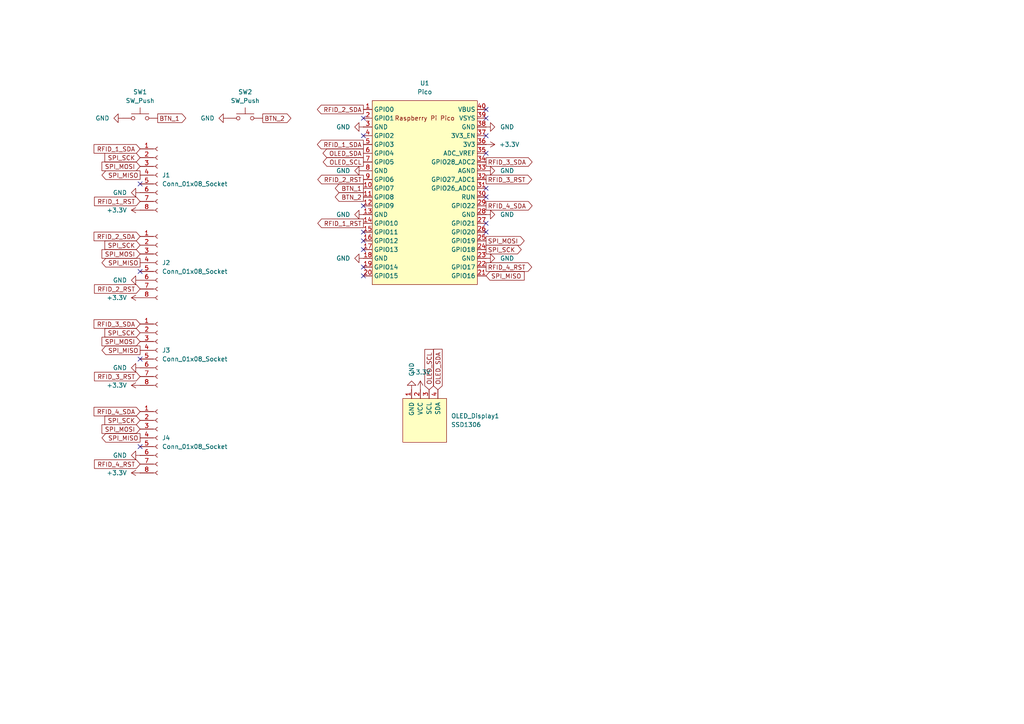
<source format=kicad_sch>
(kicad_sch (version 20231120) (generator "eeschema") (generator_version "8.0")
  (paper "A4")
  (lib_symbols
    (symbol "Connector:Conn_01x08_Socket" (pin_names (offset 1.016) hide)
      (property "Reference" "J" (at 0 10.16 0))
      (property "Value" "Conn_01x08_Socket" (at 0 -12.7 0))
      (symbol "Conn_01x08_Socket_1_1"
        (arc (start 0 -9.652) (mid -0.5058 -10.16) (end 0 -10.668) (stroke (width 0.1524)))
        (arc (start 0 -7.112) (mid -0.5058 -7.62) (end 0 -8.128) (stroke (width 0.1524)))
        (arc (start 0 -4.572) (mid -0.5058 -5.08) (end 0 -5.588) (stroke (width 0.1524)))
        (arc (start 0 -2.032) (mid -0.5058 -2.54) (end 0 -3.048) (stroke (width 0.1524)))
        (polyline (pts (xy -1.27 -10.16) (xy -0.508 -10.16)) (stroke (width 0.1524)))
        (polyline (pts (xy -1.27 -7.62) (xy -0.508 -7.62)) (stroke (width 0.1524)))
        (polyline (pts (xy -1.27 -5.08) (xy -0.508 -5.08)) (stroke (width 0.1524)))
        (polyline (pts (xy -1.27 -2.54) (xy -0.508 -2.54)) (stroke (width 0.1524)))
        (polyline (pts (xy -1.27 0) (xy -0.508 0)) (stroke (width 0.1524)))
        (polyline (pts (xy -1.27 2.54) (xy -0.508 2.54)) (stroke (width 0.1524)))
        (polyline (pts (xy -1.27 5.08) (xy -0.508 5.08)) (stroke (width 0.1524)))
        (polyline (pts (xy -1.27 7.62) (xy -0.508 7.62)) (stroke (width 0.1524)))
        (arc (start 0 0.508) (mid -0.5058 0) (end 0 -0.508) (stroke (width 0.1524)))
        (arc (start 0 3.048) (mid -0.5058 2.54) (end 0 2.032) (stroke (width 0.1524)))
        (arc (start 0 5.588) (mid -0.5058 5.08) (end 0 4.572) (stroke (width 0.1524)))
        (arc (start 0 8.128) (mid -0.5058 7.62) (end 0 7.112) (stroke (width 0.1524)))
        (pin passive line (at -5.08 7.62 0) (length 3.81) (name "Pin_1") (number "1"))
        (pin passive line (at -5.08 5.08 0) (length 3.81) (name "Pin_2") (number "2"))
        (pin passive line (at -5.08 2.54 0) (length 3.81) (name "Pin_3") (number "3"))
        (pin passive line (at -5.08 0 0) (length 3.81) (name "Pin_4") (number "4"))
        (pin passive line (at -5.08 -2.54 0) (length 3.81) (name "Pin_5") (number "5"))
        (pin passive line (at -5.08 -5.08 0) (length 3.81) (name "Pin_6") (number "6"))
        (pin passive line (at -5.08 -7.62 0) (length 3.81) (name "Pin_7") (number "7"))
        (pin passive line (at -5.08 -10.16 0) (length 3.81) (name "Pin_8") (number "8"))
      )
    )
    (symbol "MCU_RaspberryPi_and_Boards:Pico"
      (property "Reference" "U1" (at 0 31.75 0))
      (property "Value" "Pico" (at 0 29.21 0))
      (symbol "Pico_0_0"
        (text "Raspberry Pi Pico" (at 0 21.59 0) (effects (font (size 1.27 1.27))))
      )
      (symbol "Pico_0_1"
        (rectangle (start -15.24 26.67) (end 15.24 -26.67) (fill (type background)))
      )
      (symbol "Pico_1_1"
        (pin bidirectional line (at -17.78 24.13 0) (length 2.54) (name "GPIO0") (number "1"))
        (pin bidirectional line (at -17.78 1.27 0) (length 2.54) (name "GPIO7") (number "10"))
        (pin bidirectional line (at -17.78 -1.27 0) (length 2.54) (name "GPIO8") (number "11"))
        (pin bidirectional line (at -17.78 -3.81 0) (length 2.54) (name "GPIO9") (number "12"))
        (pin power_in line (at -17.78 -6.35 0) (length 2.54) (name "GND") (number "13"))
        (pin bidirectional line (at -17.78 -8.89 0) (length 2.54) (name "GPIO10") (number "14"))
        (pin bidirectional line (at -17.78 -11.43 0) (length 2.54) (name "GPIO11") (number "15"))
        (pin bidirectional line (at -17.78 -13.97 0) (length 2.54) (name "GPIO12") (number "16"))
        (pin bidirectional line (at -17.78 -16.51 0) (length 2.54) (name "GPIO13") (number "17"))
        (pin power_in line (at -17.78 -19.05 0) (length 2.54) (name "GND") (number "18"))
        (pin bidirectional line (at -17.78 -21.59 0) (length 2.54) (name "GPIO14") (number "19"))
        (pin bidirectional line (at -17.78 21.59 0) (length 2.54) (name "GPIO1") (number "2"))
        (pin bidirectional line (at -17.78 -24.13 0) (length 2.54) (name "GPIO15") (number "20"))
        (pin bidirectional line (at 17.78 -24.13 180) (length 2.54) (name "GPIO16") (number "21"))
        (pin bidirectional line (at 17.78 -21.59 180) (length 2.54) (name "GPIO17") (number "22"))
        (pin power_in line (at 17.78 -19.05 180) (length 2.54) (name "GND") (number "23"))
        (pin bidirectional line (at 17.78 -16.51 180) (length 2.54) (name "GPIO18") (number "24"))
        (pin bidirectional line (at 17.78 -13.97 180) (length 2.54) (name "GPIO19") (number "25"))
        (pin bidirectional line (at 17.78 -11.43 180) (length 2.54) (name "GPIO20") (number "26"))
        (pin bidirectional line (at 17.78 -8.89 180) (length 2.54) (name "GPIO21") (number "27"))
        (pin power_in line (at 17.78 -6.35 180) (length 2.54) (name "GND") (number "28"))
        (pin bidirectional line (at 17.78 -3.81 180) (length 2.54) (name "GPIO22") (number "29"))
        (pin power_in line (at -17.78 19.05 0) (length 2.54) (name "GND") (number "3"))
        (pin input line (at 17.78 -1.27 180) (length 2.54) (name "RUN") (number "30"))
        (pin bidirectional line (at 17.78 1.27 180) (length 2.54) (name "GPIO26_ADC0") (number "31"))
        (pin bidirectional line (at 17.78 3.81 180) (length 2.54) (name "GPIO27_ADC1") (number "32"))
        (pin power_in line (at 17.78 6.35 180) (length 2.54) (name "AGND") (number "33"))
        (pin bidirectional line (at 17.78 8.89 180) (length 2.54) (name "GPIO28_ADC2") (number "34"))
        (pin power_in line (at 17.78 11.43 180) (length 2.54) (name "ADC_VREF") (number "35"))
        (pin power_in line (at 17.78 13.97 180) (length 2.54) (name "3V3") (number "36"))
        (pin input line (at 17.78 16.51 180) (length 2.54) (name "3V3_EN") (number "37"))
        (pin bidirectional line (at 17.78 19.05 180) (length 2.54) (name "GND") (number "38"))
        (pin power_in line (at 17.78 21.59 180) (length 2.54) (name "VSYS") (number "39"))
        (pin bidirectional line (at -17.78 16.51 0) (length 2.54) (name "GPIO2") (number "4"))
        (pin power_in line (at 17.78 24.13 180) (length 2.54) (name "VBUS") (number "40"))
        (pin bidirectional line (at -17.78 13.97 0) (length 2.54) (name "GPIO3") (number "5"))
        (pin bidirectional line (at -17.78 11.43 0) (length 2.54) (name "GPIO4") (number "6"))
        (pin bidirectional line (at -17.78 8.89 0) (length 2.54) (name "GPIO5") (number "7"))
        (pin power_in line (at -17.78 6.35 0) (length 2.54) (name "GND") (number "8"))
        (pin bidirectional line (at -17.78 3.81 0) (length 2.54) (name "GPIO6") (number "9"))
      )
    )
    (symbol "SSD1306-128x64_OLED:SSD1306" (pin_names (offset 1.016))
      (property "Reference" "Brd" (at 0 -3.81 0))
      (property "Value" "SSD1306" (at 0 -1.27 0))
      (symbol "SSD1306_0_1"
        (rectangle (start -6.35 6.35) (end 6.35 -6.35) (fill (type background)))
      )
      (symbol "SSD1306_1_1"
        (pin input line (at -3.81 8.89 270) (length 2.54) (name "GND") (number "1"))
        (pin input line (at -1.27 8.89 270) (length 2.54) (name "VCC") (number "2"))
        (pin input line (at 1.27 8.89 270) (length 2.54) (name "SCL") (number "3"))
        (pin input line (at 3.81 8.89 270) (length 2.54) (name "SDA") (number "4"))
      )
    )
    (symbol "Switch:SW_Push" (pin_numbers hide) (pin_names (offset 1.016) hide)
      (property "Reference" "SW" (at 1.27 2.54 0))
      (property "Value" "SW_Push" (at 0 -1.524 0))
      (symbol "SW_Push_0_1"
        (circle (center -2.032 0) (radius 0.508))
        (polyline (pts (xy 0 1.27) (xy 0 3.048)))
        (polyline (pts (xy 2.54 1.27) (xy -2.54 1.27)))
        (circle (center 2.032 0) (radius 0.508))
        (pin passive line (at -5.08 0 0) (length 2.54) (name "1") (number "1"))
        (pin passive line (at 5.08 0 180) (length 2.54) (name "2") (number "2"))
      )
    )
    (symbol "power:+3.3V" (power) (pin_numbers hide) (pin_names (offset 0) hide)
      (property "Value" "+3.3V" (at 0 3.556 0))
      (symbol "+3.3V_0_1"
        (polyline (pts (xy -0.762 1.27) (xy 0 2.54)))
        (polyline (pts (xy 0 0) (xy 0 2.54)))
        (polyline (pts (xy 0 2.54) (xy 0.762 1.27)))
      )
      (symbol "+3.3V_1_1"
        (pin power_in line (at 0 0 90) (length 0) (name "~") (number "1"))
      )
    )
    (symbol "power:GND" (power) (pin_numbers hide) (pin_names (offset 0) hide)
      (property "Value" "GND" (at 0 -3.81 0))
      (symbol "GND_0_1"
        (polyline (pts (xy 0 0) (xy 0 -1.27) (xy 1.27 -1.27) (xy 0 -2.54) (xy -1.27 -1.27) (xy 0 -1.27)))
      )
      (symbol "GND_1_1"
        (pin power_in line (at 0 0 270) (length 0) (name "~") (number "1"))
      )
    )
  )
  (no_connect (at 105.41 39.37))
  (no_connect (at 140.97 64.77))
  (no_connect (at 40.64 129.54))
  (no_connect (at 105.41 77.47))
  (no_connect (at 140.97 54.61))
  (no_connect (at 105.41 69.85))
  (no_connect (at 140.97 39.37))
  (no_connect (at 105.41 72.39))
  (no_connect (at 140.97 31.75))
  (no_connect (at 140.97 44.45))
  (no_connect (at 140.97 34.29))
  (no_connect (at 105.41 67.31))
  (no_connect (at 105.41 34.29))
  (no_connect (at 105.41 80.01))
  (no_connect (at 140.97 67.31))
  (no_connect (at 40.64 53.34))
  (no_connect (at 140.97 57.15))
  (no_connect (at 40.64 104.14))
  (no_connect (at 105.41 59.69))
  (no_connect (at 40.64 78.74))
  (global_label "SPI_MOSI" (shape input) (at 40.64 99.06 180) (property "Intersheetrefs" "${INTERSHEET_REFS}" (effects (hide yes))))
  (global_label "SPI_MISO" (shape output) (at 40.64 127 180) (property "Intersheetrefs" "${INTERSHEET_REFS}" (effects (hide yes))))
  (global_label "RFID_1_RST" (shape input) (at 40.64 58.42 180) (property "Intersheetrefs" "${INTERSHEET_REFS}" (effects (hide yes))))
  (global_label "SPI_SCK" (shape input) (at 40.64 71.12 180) (property "Intersheetrefs" "${INTERSHEET_REFS}" (effects (hide yes))))
  (global_label "RFID_3_RST" (shape output) (at 140.97 52.07 0) (property "Intersheetrefs" "${INTERSHEET_REFS}" (effects (hide yes))))
  (global_label "RFID_4_RST" (shape output) (at 140.97 77.47 0) (property "Intersheetrefs" "${INTERSHEET_REFS}" (effects (hide yes))))
  (global_label "BTN_1" (shape output) (at 45.72 34.29 0) (property "Intersheetrefs" "${INTERSHEET_REFS}" (effects (hide yes))))
  (global_label "SPI_MOSI" (shape output) (at 140.97 69.85 0) (property "Intersheetrefs" "${INTERSHEET_REFS}" (effects (hide yes))))
  (global_label "RFID_4_RST" (shape input) (at 40.64 134.62 180) (property "Intersheetrefs" "${INTERSHEET_REFS}" (effects (hide yes))))
  (global_label "SPI_SCK" (shape input) (at 40.64 45.72 180) (property "Intersheetrefs" "${INTERSHEET_REFS}" (effects (hide yes))))
  (global_label "RFID_2_RST" (shape output) (at 105.41 52.07 180) (property "Intersheetrefs" "${INTERSHEET_REFS}" (effects (hide yes))))
  (global_label "SPI_SCK" (shape input) (at 40.64 121.92 180) (property "Intersheetrefs" "${INTERSHEET_REFS}" (effects (hide yes))))
  (global_label "SPI_MOSI" (shape input) (at 40.64 48.26 180) (property "Intersheetrefs" "${INTERSHEET_REFS}" (effects (hide yes))))
  (global_label "RFID_4_SDA" (shape input) (at 40.64 119.38 180) (property "Intersheetrefs" "${INTERSHEET_REFS}" (effects (hide yes))))
  (global_label "BTN_2" (shape output) (at 105.41 57.15 180) (property "Intersheetrefs" "${INTERSHEET_REFS}" (effects (hide yes))))
  (global_label "SPI_MISO" (shape output) (at 40.64 76.2 180) (property "Intersheetrefs" "${INTERSHEET_REFS}" (effects (hide yes))))
  (global_label "RFID_2_SDA" (shape input) (at 40.64 68.58 180) (property "Intersheetrefs" "${INTERSHEET_REFS}" (effects (hide yes))))
  (global_label "RFID_2_SDA" (shape output) (at 105.41 31.75 180) (property "Intersheetrefs" "${INTERSHEET_REFS}" (effects (hide yes))))
  (global_label "RFID_3_SDA" (shape output) (at 140.97 46.99 0) (property "Intersheetrefs" "${INTERSHEET_REFS}" (effects (hide yes))))
  (global_label "SPI_MISO" (shape input) (at 140.97 80.01 0) (property "Intersheetrefs" "${INTERSHEET_REFS}" (effects (hide yes))))
  (global_label "SPI_SCK" (shape input) (at 40.64 96.52 180) (property "Intersheetrefs" "${INTERSHEET_REFS}" (effects (hide yes))))
  (global_label "BTN_2" (shape output) (at 76.2 34.29 0) (property "Intersheetrefs" "${INTERSHEET_REFS}" (effects (hide yes))))
  (global_label "SPI_MOSI" (shape input) (at 40.64 73.66 180) (property "Intersheetrefs" "${INTERSHEET_REFS}" (effects (hide yes))))
  (global_label "OLED_SCL" (shape input) (at 124.46 113.03 90) (property "Intersheetrefs" "${INTERSHEET_REFS}" (effects (hide yes))))
  (global_label "SPI_SCK" (shape output) (at 140.97 72.39 0) (property "Intersheetrefs" "${INTERSHEET_REFS}" (effects (hide yes))))
  (global_label "RFID_3_SDA" (shape input) (at 40.64 93.98 180) (property "Intersheetrefs" "${INTERSHEET_REFS}" (effects (hide yes))))
  (global_label "OLED_SDA" (shape input) (at 127 113.03 90) (property "Intersheetrefs" "${INTERSHEET_REFS}" (effects (hide yes))))
  (global_label "RFID_3_RST" (shape input) (at 40.64 109.22 180) (property "Intersheetrefs" "${INTERSHEET_REFS}" (effects (hide yes))))
  (global_label "RFID_1_SDA" (shape input) (at 40.64 43.18 180) (property "Intersheetrefs" "${INTERSHEET_REFS}" (effects (hide yes))))
  (global_label "RFID_1_RST" (shape output) (at 105.41 64.77 180) (property "Intersheetrefs" "${INTERSHEET_REFS}" (effects (hide yes))))
  (global_label "RFID_2_RST" (shape input) (at 40.64 83.82 180) (property "Intersheetrefs" "${INTERSHEET_REFS}" (effects (hide yes))))
  (global_label "RFID_1_SDA" (shape output) (at 105.41 41.91 180) (property "Intersheetrefs" "${INTERSHEET_REFS}" (effects (hide yes))))
  (global_label "RFID_4_SDA" (shape output) (at 140.97 59.69 0) (property "Intersheetrefs" "${INTERSHEET_REFS}" (effects (hide yes))))
  (global_label "OLED_SCL" (shape output) (at 105.41 46.99 180) (property "Intersheetrefs" "${INTERSHEET_REFS}" (effects (hide yes))))
  (global_label "OLED_SDA" (shape output) (at 105.41 44.45 180) (property "Intersheetrefs" "${INTERSHEET_REFS}" (effects (hide yes))))
  (global_label "SPI_MOSI" (shape input) (at 40.64 124.46 180) (property "Intersheetrefs" "${INTERSHEET_REFS}" (effects (hide yes))))
  (global_label "SPI_MISO" (shape output) (at 40.64 101.6 180) (property "Intersheetrefs" "${INTERSHEET_REFS}" (effects (hide yes))))
  (global_label "SPI_MISO" (shape output) (at 40.64 50.8 180) (property "Intersheetrefs" "${INTERSHEET_REFS}" (effects (hide yes))))
  (global_label "BTN_1" (shape output) (at 105.41 54.61 180) (property "Intersheetrefs" "${INTERSHEET_REFS}" (effects (hide yes))))
  (symbol (lib_id "SSD1306-128x64_OLED:SSD1306") (at 123.19 121.92 0) (unit 1)
    (property "Reference" "OLED_Display1" (at 130.81 120.6499 0) (effects (justify left)))
    (property "Value" "SSD1306" (at 130.81 123.1899 0) (effects (justify left)))
    (property "Footprint" "SSD1306:128x64OLED_1.3" (effects (hide yes)))
    (property "Description" "SSD1306 OLED" (effects (hide yes)))
  )
  (symbol (lib_id "Connector:Conn_01x08_Socket") (at 45.72 101.6 0) (unit 1)
    (property "Reference" "J3" (at 46.99 101.5999 0) (effects (justify left)))
    (property "Value" "Conn_01x08_Socket" (at 46.99 104.1399 0) (effects (justify left)))
    (property "Footprint" "Connector_JST:JST_EH_S8B-EH_1x08_P2.50mm_Horizontal" (effects (hide yes)))
    (property "Description" "Generic connector, single row, 01x08, script generated" (effects (hide yes)))
  )
  (symbol (lib_id "power:+3.3V") (at 40.64 60.96 90) (unit 1)
    (property "Reference" "#PWR02" (effects (hide yes)))
    (property "Value" "+3.3V" (at 36.83 60.9599 90) (effects (justify left)))
    (property "Description" "Power symbol creates a global label with name \"+3.3V\"" (effects (hide yes)))
  )
  (symbol (lib_id "power:GND") (at 66.04 34.29 270) (unit 1)
    (property "Reference" "#PWR022" (effects (hide yes)))
    (property "Value" "GND" (at 62.23 34.2899 90) (effects (justify right)))
    (property "Description" "Power symbol creates a global label with name \"GND\" , ground" (effects (hide yes)))
  )
  (symbol (lib_id "Switch:SW_Push") (at 40.64 34.29 0) (unit 1)
    (property "Reference" "SW1" (at 40.64 26.67 0))
    (property "Value" "SW_Push" (at 40.64 29.21 0))
    (property "Footprint" "Button_Switch_THT:SW_PUSH_6mm_H7.3mm" (effects (hide yes)))
    (property "Description" "Push button switch, generic, two pins" (effects (hide yes)))
  )
  (symbol (lib_id "power:GND") (at 40.64 106.68 270) (unit 1)
    (property "Reference" "#PWR05" (effects (hide yes)))
    (property "Value" "GND" (at 36.83 106.6799 90) (effects (justify right)))
    (property "Description" "Power symbol creates a global label with name \"GND\" , ground" (effects (hide yes)))
  )
  (symbol (lib_id "power:+3.3V") (at 40.64 86.36 90) (unit 1)
    (property "Reference" "#PWR04" (effects (hide yes)))
    (property "Value" "+3.3V" (at 36.83 86.3599 90) (effects (justify left)))
    (property "Description" "Power symbol creates a global label with name \"+3.3V\"" (effects (hide yes)))
  )
  (symbol (lib_id "Switch:SW_Push") (at 71.12 34.29 0) (unit 1)
    (property "Reference" "SW2" (at 71.12 26.67 0))
    (property "Value" "SW_Push" (at 71.12 29.21 0))
    (property "Footprint" "Button_Switch_THT:SW_PUSH_6mm_H7.3mm" (effects (hide yes)))
    (property "Description" "Push button switch, generic, two pins" (effects (hide yes)))
  )
  (symbol (lib_id "power:GND") (at 140.97 62.23 90) (unit 1)
    (property "Reference" "#PWR017" (effects (hide yes)))
    (property "Value" "GND" (at 145.0332 62.2299 90) (effects (justify right)))
    (property "Description" "Power symbol creates a global label with name \"GND\" , ground" (effects (hide yes)))
  )
  (symbol (lib_id "power:+3.3V") (at 40.64 137.16 90) (unit 1)
    (property "Reference" "#PWR08" (effects (hide yes)))
    (property "Value" "+3.3V" (at 36.83 137.1599 90) (effects (justify left)))
    (property "Description" "Power symbol creates a global label with name \"+3.3V\"" (effects (hide yes)))
  )
  (symbol (lib_id "power:GND") (at 105.41 49.53 270) (unit 1)
    (property "Reference" "#PWR013" (effects (hide yes)))
    (property "Value" "GND" (at 101.6 49.5299 90) (effects (justify right)))
    (property "Description" "Power symbol creates a global label with name \"GND\" , ground" (effects (hide yes)))
  )
  (symbol (lib_id "power:GND") (at 105.41 74.93 270) (unit 1)
    (property "Reference" "#PWR015" (effects (hide yes)))
    (property "Value" "GND" (at 101.6 74.9299 90) (effects (justify right)))
    (property "Description" "Power symbol creates a global label with name \"GND\" , ground" (effects (hide yes)))
  )
  (symbol (lib_id "power:GND") (at 40.64 132.08 270) (unit 1)
    (property "Reference" "#PWR07" (effects (hide yes)))
    (property "Value" "GND" (at 36.83 132.0799 90) (effects (justify right)))
    (property "Description" "Power symbol creates a global label with name \"GND\" , ground" (effects (hide yes)))
  )
  (symbol (lib_id "power:GND") (at 140.97 36.83 90) (unit 1)
    (property "Reference" "#PWR018" (effects (hide yes)))
    (property "Value" "GND" (at 145.0332 36.8299 90) (effects (justify right)))
    (property "Description" "Power symbol creates a global label with name \"GND\" , ground" (effects (hide yes)))
  )
  (symbol (lib_id "power:GND") (at 140.97 74.93 90) (unit 1)
    (property "Reference" "#PWR016" (effects (hide yes)))
    (property "Value" "GND" (at 145.0332 74.9299 90) (effects (justify right)))
    (property "Description" "Power symbol creates a global label with name \"GND\" , ground" (effects (hide yes)))
  )
  (symbol (lib_id "Connector:Conn_01x08_Socket") (at 45.72 50.8 0) (unit 1)
    (property "Reference" "J1" (at 46.99 50.7999 0) (effects (justify left)))
    (property "Value" "Conn_01x08_Socket" (at 46.99 53.3399 0) (effects (justify left)))
    (property "Footprint" "Connector_JST:JST_EH_S8B-EH_1x08_P2.50mm_Horizontal" (effects (hide yes)))
    (property "Description" "Generic connector, single row, 01x08, script generated" (effects (hide yes)))
  )
  (symbol (lib_id "power:GND") (at 105.41 36.83 270) (unit 1)
    (property "Reference" "#PWR012" (effects (hide yes)))
    (property "Value" "GND" (at 101.6 36.8299 90) (effects (justify right)))
    (property "Description" "Power symbol creates a global label with name \"GND\" , ground" (effects (hide yes)))
  )
  (symbol (lib_id "power:GND") (at 40.64 55.88 270) (unit 1)
    (property "Reference" "#PWR01" (effects (hide yes)))
    (property "Value" "GND" (at 36.83 55.8799 90) (effects (justify right)))
    (property "Description" "Power symbol creates a global label with name \"GND\" , ground" (effects (hide yes)))
  )
  (symbol (lib_id "power:GND") (at 105.41 62.23 270) (unit 1)
    (property "Reference" "#PWR014" (effects (hide yes)))
    (property "Value" "GND" (at 101.6 62.2299 90) (effects (justify right)))
    (property "Description" "Power symbol creates a global label with name \"GND\" , ground" (effects (hide yes)))
  )
  (symbol (lib_id "power:GND") (at 140.97 49.53 90) (unit 1)
    (property "Reference" "#PWR021" (effects (hide yes)))
    (property "Value" "GND" (at 145.0332 49.5299 90) (effects (justify right)))
    (property "Description" "Power symbol creates a global label with name \"GND\" , ground" (effects (hide yes)))
  )
  (symbol (lib_id "MCU_RaspberryPi_and_Boards:Pico") (at 123.19 55.88 0) (unit 1)
    (property "Reference" "U1" (at 123.19 24.13 0))
    (property "Value" "Pico" (at 123.19 26.67 0))
    (property "Footprint" "MCU_RaspberryPi_and_Boards:RPi_Pico_SMD_TH_Simple" (effects (hide yes)))
  )
  (symbol (lib_id "Connector:Conn_01x08_Socket") (at 45.72 127 0) (unit 1)
    (property "Reference" "J4" (at 46.99 126.9999 0) (effects (justify left)))
    (property "Value" "Conn_01x08_Socket" (at 46.99 129.5399 0) (effects (justify left)))
    (property "Footprint" "Connector_JST:JST_EH_S8B-EH_1x08_P2.50mm_Horizontal" (effects (hide yes)))
    (property "Description" "Generic connector, single row, 01x08, script generated" (effects (hide yes)))
  )
  (symbol (lib_id "Connector:Conn_01x08_Socket") (at 45.72 76.2 0) (unit 1)
    (property "Reference" "J2" (at 46.99 76.1999 0) (effects (justify left)))
    (property "Value" "Conn_01x08_Socket" (at 46.99 78.7399 0) (effects (justify left)))
    (property "Footprint" "Connector_JST:JST_EH_S8B-EH_1x08_P2.50mm_Horizontal" (effects (hide yes)))
    (property "Description" "Generic connector, single row, 01x08, script generated" (effects (hide yes)))
  )
  (symbol (lib_id "power:GND") (at 40.64 81.28 270) (unit 1)
    (property "Reference" "#PWR03" (effects (hide yes)))
    (property "Value" "GND" (at 36.83 81.2799 90) (effects (justify right)))
    (property "Description" "Power symbol creates a global label with name \"GND\" , ground" (effects (hide yes)))
  )
  (symbol (lib_id "power:+3.3V") (at 40.64 111.76 90) (unit 1)
    (property "Reference" "#PWR06" (effects (hide yes)))
    (property "Value" "+3.3V" (at 36.83 111.7599 90) (effects (justify left)))
    (property "Description" "Power symbol creates a global label with name \"+3.3V\"" (effects (hide yes)))
  )
  (symbol (lib_id "power:+3.3V") (at 140.97 41.91 270) (unit 1)
    (property "Reference" "#PWR019" (effects (hide yes)))
    (property "Value" "+3.3V" (at 144.78 41.9099 90) (effects (justify left)))
    (property "Description" "Power symbol creates a global label with name \"+3.3V\"" (effects (hide yes)))
  )
  (symbol (lib_id "power:GND") (at 119.38 113.03 180) (unit 1)
    (property "Reference" "#PWR010" (effects (hide yes)))
    (property "Value" "GND" (at 119.3801 109.22 90) (effects (justify right)))
    (property "Description" "Power symbol creates a global label with name \"GND\" , ground" (effects (hide yes)))
  )
  (symbol (lib_id "power:+3.3V") (at 121.92 113.03 0) (unit 1)
    (property "Reference" "#PWR011" (effects (hide yes)))
    (property "Value" "+3.3V" (at 121.92 107.95 0))
    (property "Description" "Power symbol creates a global label with name \"+3.3V\"" (effects (hide yes)))
  )
  (symbol (lib_id "power:GND") (at 35.56 34.29 270) (unit 1)
    (property "Reference" "#PWR09" (effects (hide yes)))
    (property "Value" "GND" (at 31.75 34.2899 90) (effects (justify right)))
    (property "Description" "Power symbol creates a global label with name \"GND\" , ground" (effects (hide yes)))
  )
)
</source>
